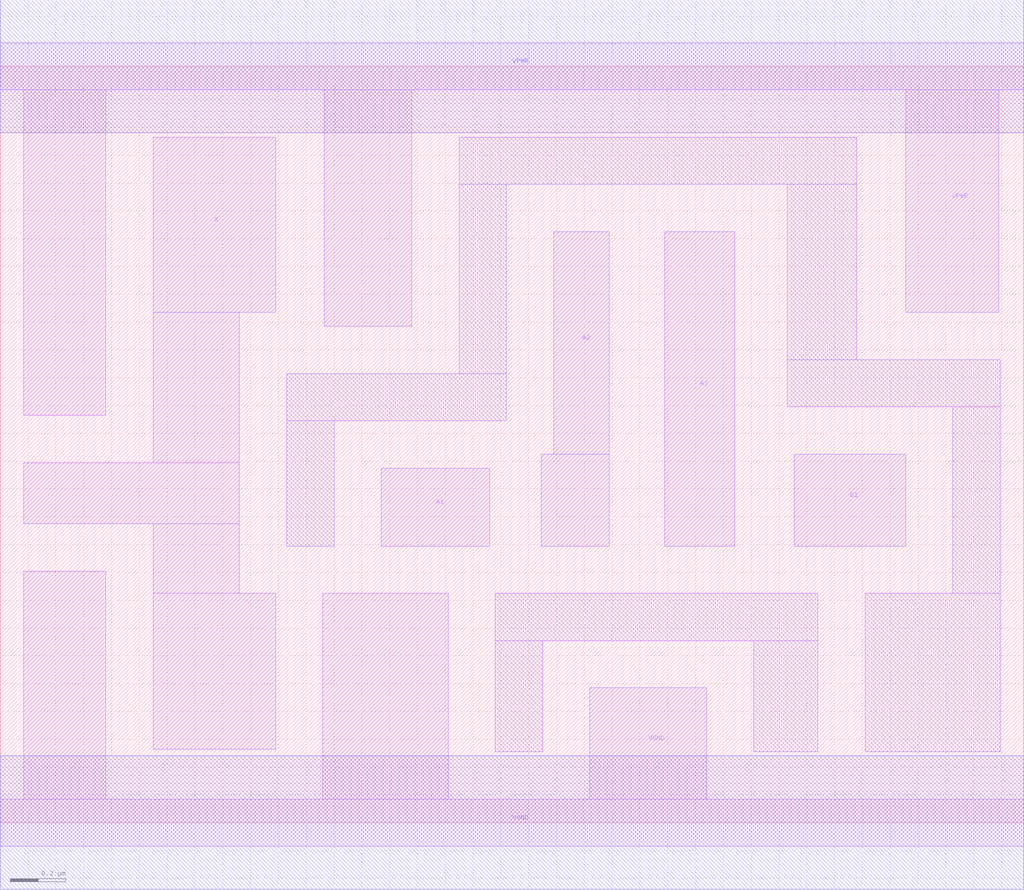
<source format=lef>
# Copyright 2020 The SkyWater PDK Authors
#
# Licensed under the Apache License, Version 2.0 (the "License");
# you may not use this file except in compliance with the License.
# You may obtain a copy of the License at
#
#     https://www.apache.org/licenses/LICENSE-2.0
#
# Unless required by applicable law or agreed to in writing, software
# distributed under the License is distributed on an "AS IS" BASIS,
# WITHOUT WARRANTIES OR CONDITIONS OF ANY KIND, either express or implied.
# See the License for the specific language governing permissions and
# limitations under the License.
#
# SPDX-License-Identifier: Apache-2.0

VERSION 5.5 ;
NAMESCASESENSITIVE ON ;
BUSBITCHARS "[]" ;
DIVIDERCHAR "/" ;
MACRO sky130_fd_sc_hd__o31a_2
  CLASS CORE ;
  SOURCE USER ;
  ORIGIN  0.000000  0.000000 ;
  SIZE  3.680000 BY  2.720000 ;
  SYMMETRY X Y R90 ;
  SITE unithd ;
  PIN A1
    ANTENNAGATEAREA  0.247500 ;
    DIRECTION INPUT ;
    USE SIGNAL ;
    PORT
      LAYER li1 ;
        RECT 1.370000 0.995000 1.760000 1.275000 ;
    END
  END A1
  PIN A2
    ANTENNAGATEAREA  0.247500 ;
    DIRECTION INPUT ;
    USE SIGNAL ;
    PORT
      LAYER li1 ;
        RECT 1.945000 0.995000 2.190000 1.325000 ;
        RECT 1.990000 1.325000 2.190000 2.125000 ;
    END
  END A2
  PIN A3
    ANTENNAGATEAREA  0.247500 ;
    DIRECTION INPUT ;
    USE SIGNAL ;
    PORT
      LAYER li1 ;
        RECT 2.390000 0.995000 2.640000 2.125000 ;
    END
  END A3
  PIN B1
    ANTENNAGATEAREA  0.247500 ;
    DIRECTION INPUT ;
    USE SIGNAL ;
    PORT
      LAYER li1 ;
        RECT 2.855000 0.995000 3.255000 1.325000 ;
    END
  END B1
  PIN X
    ANTENNADIFFAREA  0.577500 ;
    DIRECTION OUTPUT ;
    USE SIGNAL ;
    PORT
      LAYER li1 ;
        RECT 0.085000 1.075000 0.860000 1.295000 ;
        RECT 0.550000 0.265000 0.990000 0.825000 ;
        RECT 0.550000 0.825000 0.860000 1.075000 ;
        RECT 0.550000 1.295000 0.860000 1.835000 ;
        RECT 0.550000 1.835000 0.990000 2.465000 ;
    END
  END X
  PIN VGND
    DIRECTION INOUT ;
    SHAPE ABUTMENT ;
    USE GROUND ;
    PORT
      LAYER li1 ;
        RECT 0.000000 -0.085000 3.680000 0.085000 ;
        RECT 0.085000  0.085000 0.380000 0.905000 ;
        RECT 1.160000  0.085000 1.610000 0.825000 ;
        RECT 2.120000  0.085000 2.540000 0.485000 ;
    END
    PORT
      LAYER met1 ;
        RECT 0.000000 -0.240000 3.680000 0.240000 ;
    END
  END VGND
  PIN VPWR
    DIRECTION INOUT ;
    SHAPE ABUTMENT ;
    USE POWER ;
    PORT
      LAYER li1 ;
        RECT 0.000000 2.635000 3.680000 2.805000 ;
        RECT 0.085000 1.465000 0.380000 2.635000 ;
        RECT 1.165000 1.785000 1.480000 2.635000 ;
        RECT 3.255000 1.835000 3.590000 2.635000 ;
    END
    PORT
      LAYER met1 ;
        RECT 0.000000 2.480000 3.680000 2.960000 ;
    END
  END VPWR
  OBS
    LAYER li1 ;
      RECT 1.030000 0.995000 1.200000 1.445000 ;
      RECT 1.030000 1.445000 1.820000 1.615000 ;
      RECT 1.650000 1.615000 1.820000 2.295000 ;
      RECT 1.650000 2.295000 3.080000 2.465000 ;
      RECT 1.780000 0.255000 1.950000 0.655000 ;
      RECT 1.780000 0.655000 2.940000 0.825000 ;
      RECT 2.710000 0.255000 2.940000 0.655000 ;
      RECT 2.830000 1.495000 3.595000 1.665000 ;
      RECT 2.830000 1.665000 3.080000 2.295000 ;
      RECT 3.110000 0.255000 3.595000 0.825000 ;
      RECT 3.425000 0.825000 3.595000 1.495000 ;
  END
END sky130_fd_sc_hd__o31a_2

</source>
